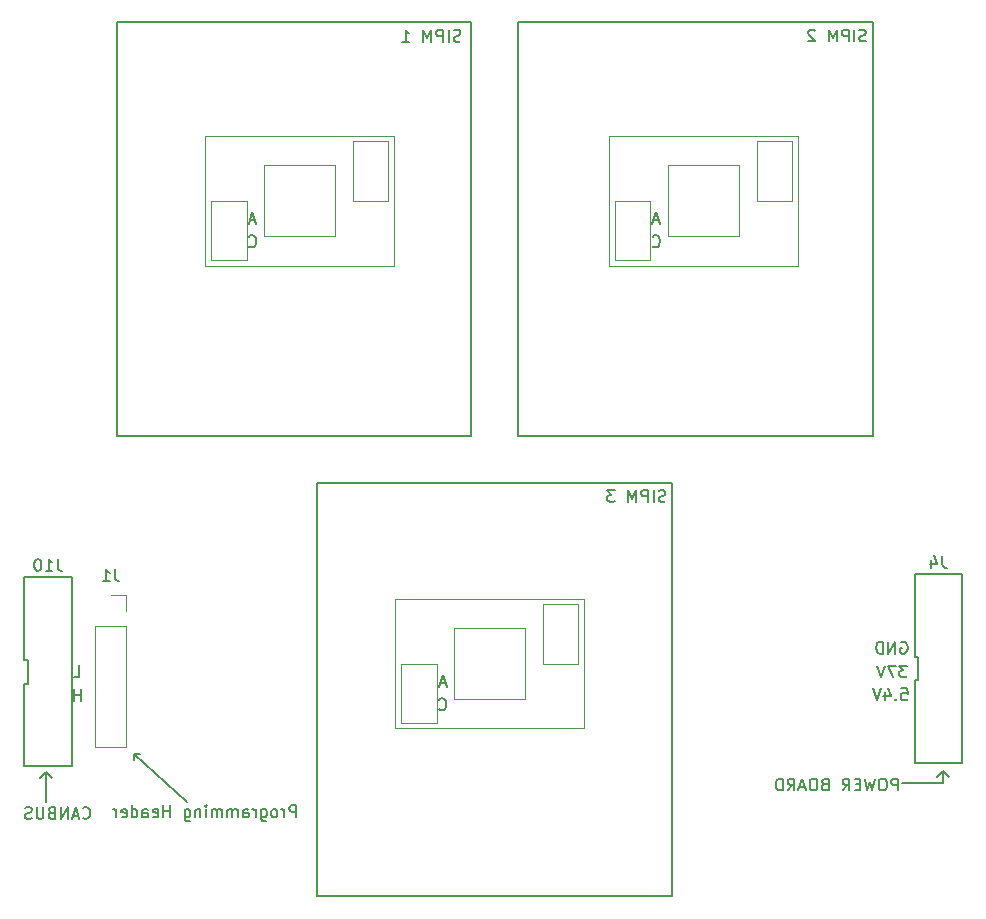
<source format=gbr>
%TF.GenerationSoftware,KiCad,Pcbnew,(5.1.6)-1*%
%TF.CreationDate,2021-11-24T20:01:52-05:00*%
%TF.ProjectId,mama_board,6d616d61-5f62-46f6-9172-642e6b696361,rev?*%
%TF.SameCoordinates,Original*%
%TF.FileFunction,Legend,Bot*%
%TF.FilePolarity,Positive*%
%FSLAX46Y46*%
G04 Gerber Fmt 4.6, Leading zero omitted, Abs format (unit mm)*
G04 Created by KiCad (PCBNEW (5.1.6)-1) date 2021-11-24 20:01:52*
%MOMM*%
%LPD*%
G01*
G04 APERTURE LIST*
%ADD10C,0.150000*%
%ADD11C,0.120000*%
G04 APERTURE END LIST*
D10*
X182451261Y-128408180D02*
X182927452Y-128408180D01*
X182975071Y-128884371D01*
X182927452Y-128836752D01*
X182832214Y-128789133D01*
X182594119Y-128789133D01*
X182498880Y-128836752D01*
X182451261Y-128884371D01*
X182403642Y-128979609D01*
X182403642Y-129217704D01*
X182451261Y-129312942D01*
X182498880Y-129360561D01*
X182594119Y-129408180D01*
X182832214Y-129408180D01*
X182927452Y-129360561D01*
X182975071Y-129312942D01*
X181975071Y-129312942D02*
X181927452Y-129360561D01*
X181975071Y-129408180D01*
X182022690Y-129360561D01*
X181975071Y-129312942D01*
X181975071Y-129408180D01*
X181070309Y-128741514D02*
X181070309Y-129408180D01*
X181308404Y-128360561D02*
X181546500Y-129074847D01*
X180927452Y-129074847D01*
X180689357Y-128408180D02*
X180356023Y-129408180D01*
X180022690Y-128408180D01*
X118000000Y-134000000D02*
X117500000Y-134000000D01*
X117500000Y-134500000D02*
X117500000Y-134000000D01*
X117500000Y-134000000D02*
X122000000Y-138000000D01*
X112380976Y-127452380D02*
X112857166Y-127452380D01*
X112857166Y-126452380D01*
X112976214Y-129452380D02*
X112976214Y-128452380D01*
X112976214Y-128928571D02*
X112404785Y-128928571D01*
X112404785Y-129452380D02*
X112404785Y-128452380D01*
X182392224Y-124498480D02*
X182487462Y-124450860D01*
X182630320Y-124450860D01*
X182773177Y-124498480D01*
X182868415Y-124593718D01*
X182916034Y-124688956D01*
X182963653Y-124879432D01*
X182963653Y-125022289D01*
X182916034Y-125212765D01*
X182868415Y-125308003D01*
X182773177Y-125403241D01*
X182630320Y-125450860D01*
X182535081Y-125450860D01*
X182392224Y-125403241D01*
X182344605Y-125355622D01*
X182344605Y-125022289D01*
X182535081Y-125022289D01*
X181916034Y-125450860D02*
X181916034Y-124450860D01*
X181344605Y-125450860D01*
X181344605Y-124450860D01*
X180868415Y-125450860D02*
X180868415Y-124450860D01*
X180630320Y-124450860D01*
X180487462Y-124498480D01*
X180392224Y-124593718D01*
X180344605Y-124688956D01*
X180296986Y-124879432D01*
X180296986Y-125022289D01*
X180344605Y-125212765D01*
X180392224Y-125308003D01*
X180487462Y-125403241D01*
X180630320Y-125450860D01*
X180868415Y-125450860D01*
X182898895Y-126470160D02*
X182279847Y-126470160D01*
X182613180Y-126851113D01*
X182470323Y-126851113D01*
X182375085Y-126898732D01*
X182327466Y-126946351D01*
X182279847Y-127041589D01*
X182279847Y-127279684D01*
X182327466Y-127374922D01*
X182375085Y-127422541D01*
X182470323Y-127470160D01*
X182756038Y-127470160D01*
X182851276Y-127422541D01*
X182898895Y-127374922D01*
X181946514Y-126470160D02*
X181279847Y-126470160D01*
X181708419Y-127470160D01*
X181041752Y-126470160D02*
X180708419Y-127470160D01*
X180375085Y-126470160D01*
X182142857Y-137049660D02*
X182142857Y-136049660D01*
X181761904Y-136049660D01*
X181666666Y-136097280D01*
X181619047Y-136144899D01*
X181571428Y-136240137D01*
X181571428Y-136382994D01*
X181619047Y-136478232D01*
X181666666Y-136525851D01*
X181761904Y-136573470D01*
X182142857Y-136573470D01*
X180952380Y-136049660D02*
X180761904Y-136049660D01*
X180666666Y-136097280D01*
X180571428Y-136192518D01*
X180523809Y-136382994D01*
X180523809Y-136716327D01*
X180571428Y-136906803D01*
X180666666Y-137002041D01*
X180761904Y-137049660D01*
X180952380Y-137049660D01*
X181047619Y-137002041D01*
X181142857Y-136906803D01*
X181190476Y-136716327D01*
X181190476Y-136382994D01*
X181142857Y-136192518D01*
X181047619Y-136097280D01*
X180952380Y-136049660D01*
X180190476Y-136049660D02*
X179952380Y-137049660D01*
X179761904Y-136335375D01*
X179571428Y-137049660D01*
X179333333Y-136049660D01*
X178952380Y-136525851D02*
X178619047Y-136525851D01*
X178476190Y-137049660D02*
X178952380Y-137049660D01*
X178952380Y-136049660D01*
X178476190Y-136049660D01*
X177476190Y-137049660D02*
X177809523Y-136573470D01*
X178047619Y-137049660D02*
X178047619Y-136049660D01*
X177666666Y-136049660D01*
X177571428Y-136097280D01*
X177523809Y-136144899D01*
X177476190Y-136240137D01*
X177476190Y-136382994D01*
X177523809Y-136478232D01*
X177571428Y-136525851D01*
X177666666Y-136573470D01*
X178047619Y-136573470D01*
X175952380Y-136525851D02*
X175809523Y-136573470D01*
X175761904Y-136621089D01*
X175714285Y-136716327D01*
X175714285Y-136859184D01*
X175761904Y-136954422D01*
X175809523Y-137002041D01*
X175904761Y-137049660D01*
X176285714Y-137049660D01*
X176285714Y-136049660D01*
X175952380Y-136049660D01*
X175857142Y-136097280D01*
X175809523Y-136144899D01*
X175761904Y-136240137D01*
X175761904Y-136335375D01*
X175809523Y-136430613D01*
X175857142Y-136478232D01*
X175952380Y-136525851D01*
X176285714Y-136525851D01*
X175095238Y-136049660D02*
X174904761Y-136049660D01*
X174809523Y-136097280D01*
X174714285Y-136192518D01*
X174666666Y-136382994D01*
X174666666Y-136716327D01*
X174714285Y-136906803D01*
X174809523Y-137002041D01*
X174904761Y-137049660D01*
X175095238Y-137049660D01*
X175190476Y-137002041D01*
X175285714Y-136906803D01*
X175333333Y-136716327D01*
X175333333Y-136382994D01*
X175285714Y-136192518D01*
X175190476Y-136097280D01*
X175095238Y-136049660D01*
X174285714Y-136763946D02*
X173809523Y-136763946D01*
X174380952Y-137049660D02*
X174047619Y-136049660D01*
X173714285Y-137049660D01*
X172809523Y-137049660D02*
X173142857Y-136573470D01*
X173380952Y-137049660D02*
X173380952Y-136049660D01*
X173000000Y-136049660D01*
X172904761Y-136097280D01*
X172857142Y-136144899D01*
X172809523Y-136240137D01*
X172809523Y-136382994D01*
X172857142Y-136478232D01*
X172904761Y-136525851D01*
X173000000Y-136573470D01*
X173380952Y-136573470D01*
X172380952Y-137049660D02*
X172380952Y-136049660D01*
X172142857Y-136049660D01*
X172000000Y-136097280D01*
X171904761Y-136192518D01*
X171857142Y-136287756D01*
X171809523Y-136478232D01*
X171809523Y-136621089D01*
X171857142Y-136811565D01*
X171904761Y-136906803D01*
X172000000Y-137002041D01*
X172142857Y-137049660D01*
X172380952Y-137049660D01*
X186000000Y-136422280D02*
X186000000Y-135422280D01*
X185000000Y-136422280D02*
X186000000Y-136422280D01*
X185500000Y-135922280D02*
X186000000Y-135422280D01*
X186000000Y-135422280D02*
X186500000Y-135922280D01*
X185000000Y-136422280D02*
X182500000Y-136422280D01*
X109500000Y-136000000D02*
X110000000Y-135500000D01*
X110000000Y-135500000D02*
X110500000Y-136000000D01*
X110000000Y-138000000D02*
X110000000Y-135500000D01*
X113142857Y-139357142D02*
X113190476Y-139404761D01*
X113333333Y-139452380D01*
X113428571Y-139452380D01*
X113571428Y-139404761D01*
X113666666Y-139309523D01*
X113714285Y-139214285D01*
X113761904Y-139023809D01*
X113761904Y-138880952D01*
X113714285Y-138690476D01*
X113666666Y-138595238D01*
X113571428Y-138500000D01*
X113428571Y-138452380D01*
X113333333Y-138452380D01*
X113190476Y-138500000D01*
X113142857Y-138547619D01*
X112761904Y-139166666D02*
X112285714Y-139166666D01*
X112857142Y-139452380D02*
X112523809Y-138452380D01*
X112190476Y-139452380D01*
X111857142Y-139452380D02*
X111857142Y-138452380D01*
X111285714Y-139452380D01*
X111285714Y-138452380D01*
X110476190Y-138928571D02*
X110333333Y-138976190D01*
X110285714Y-139023809D01*
X110238095Y-139119047D01*
X110238095Y-139261904D01*
X110285714Y-139357142D01*
X110333333Y-139404761D01*
X110428571Y-139452380D01*
X110809523Y-139452380D01*
X110809523Y-138452380D01*
X110476190Y-138452380D01*
X110380952Y-138500000D01*
X110333333Y-138547619D01*
X110285714Y-138642857D01*
X110285714Y-138738095D01*
X110333333Y-138833333D01*
X110380952Y-138880952D01*
X110476190Y-138928571D01*
X110809523Y-138928571D01*
X109809523Y-138452380D02*
X109809523Y-139261904D01*
X109761904Y-139357142D01*
X109714285Y-139404761D01*
X109619047Y-139452380D01*
X109428571Y-139452380D01*
X109333333Y-139404761D01*
X109285714Y-139357142D01*
X109238095Y-139261904D01*
X109238095Y-138452380D01*
X108809523Y-139404761D02*
X108666666Y-139452380D01*
X108428571Y-139452380D01*
X108333333Y-139404761D01*
X108285714Y-139357142D01*
X108238095Y-139261904D01*
X108238095Y-139166666D01*
X108285714Y-139071428D01*
X108333333Y-139023809D01*
X108428571Y-138976190D01*
X108619047Y-138928571D01*
X108714285Y-138880952D01*
X108761904Y-138833333D01*
X108809523Y-138738095D01*
X108809523Y-138642857D01*
X108761904Y-138547619D01*
X108714285Y-138500000D01*
X108619047Y-138452380D01*
X108380952Y-138452380D01*
X108238095Y-138500000D01*
X162457140Y-112574201D02*
X162314283Y-112621820D01*
X162076188Y-112621820D01*
X161980950Y-112574201D01*
X161933331Y-112526582D01*
X161885712Y-112431344D01*
X161885712Y-112336106D01*
X161933331Y-112240868D01*
X161980950Y-112193249D01*
X162076188Y-112145630D01*
X162266664Y-112098011D01*
X162361902Y-112050392D01*
X162409521Y-112002773D01*
X162457140Y-111907535D01*
X162457140Y-111812297D01*
X162409521Y-111717059D01*
X162361902Y-111669440D01*
X162266664Y-111621820D01*
X162028569Y-111621820D01*
X161885712Y-111669440D01*
X161457140Y-112621820D02*
X161457140Y-111621820D01*
X160980950Y-112621820D02*
X160980950Y-111621820D01*
X160599998Y-111621820D01*
X160504760Y-111669440D01*
X160457140Y-111717059D01*
X160409521Y-111812297D01*
X160409521Y-111955154D01*
X160457140Y-112050392D01*
X160504760Y-112098011D01*
X160599998Y-112145630D01*
X160980950Y-112145630D01*
X159980950Y-112621820D02*
X159980950Y-111621820D01*
X159647617Y-112336106D01*
X159314283Y-111621820D01*
X159314283Y-112621820D01*
X158171426Y-111621820D02*
X157552379Y-111621820D01*
X157885712Y-112002773D01*
X157742855Y-112002773D01*
X157647617Y-112050392D01*
X157599998Y-112098011D01*
X157552379Y-112193249D01*
X157552379Y-112431344D01*
X157599998Y-112526582D01*
X157647617Y-112574201D01*
X157742855Y-112621820D01*
X158028569Y-112621820D01*
X158123807Y-112574201D01*
X158171426Y-112526582D01*
X179452380Y-73579761D02*
X179309523Y-73627380D01*
X179071428Y-73627380D01*
X178976190Y-73579761D01*
X178928571Y-73532142D01*
X178880952Y-73436904D01*
X178880952Y-73341666D01*
X178928571Y-73246428D01*
X178976190Y-73198809D01*
X179071428Y-73151190D01*
X179261904Y-73103571D01*
X179357142Y-73055952D01*
X179404761Y-73008333D01*
X179452380Y-72913095D01*
X179452380Y-72817857D01*
X179404761Y-72722619D01*
X179357142Y-72675000D01*
X179261904Y-72627380D01*
X179023809Y-72627380D01*
X178880952Y-72675000D01*
X178452380Y-73627380D02*
X178452380Y-72627380D01*
X177976190Y-73627380D02*
X177976190Y-72627380D01*
X177595238Y-72627380D01*
X177500000Y-72675000D01*
X177452380Y-72722619D01*
X177404761Y-72817857D01*
X177404761Y-72960714D01*
X177452380Y-73055952D01*
X177500000Y-73103571D01*
X177595238Y-73151190D01*
X177976190Y-73151190D01*
X176976190Y-73627380D02*
X176976190Y-72627380D01*
X176642857Y-73341666D01*
X176309523Y-72627380D01*
X176309523Y-73627380D01*
X175119047Y-72722619D02*
X175071428Y-72675000D01*
X174976190Y-72627380D01*
X174738095Y-72627380D01*
X174642857Y-72675000D01*
X174595238Y-72722619D01*
X174547619Y-72817857D01*
X174547619Y-72913095D01*
X174595238Y-73055952D01*
X175166666Y-73627380D01*
X174547619Y-73627380D01*
X145102380Y-73604761D02*
X144959523Y-73652380D01*
X144721428Y-73652380D01*
X144626190Y-73604761D01*
X144578571Y-73557142D01*
X144530952Y-73461904D01*
X144530952Y-73366666D01*
X144578571Y-73271428D01*
X144626190Y-73223809D01*
X144721428Y-73176190D01*
X144911904Y-73128571D01*
X145007142Y-73080952D01*
X145054761Y-73033333D01*
X145102380Y-72938095D01*
X145102380Y-72842857D01*
X145054761Y-72747619D01*
X145007142Y-72700000D01*
X144911904Y-72652380D01*
X144673809Y-72652380D01*
X144530952Y-72700000D01*
X144102380Y-73652380D02*
X144102380Y-72652380D01*
X143626190Y-73652380D02*
X143626190Y-72652380D01*
X143245238Y-72652380D01*
X143150000Y-72700000D01*
X143102380Y-72747619D01*
X143054761Y-72842857D01*
X143054761Y-72985714D01*
X143102380Y-73080952D01*
X143150000Y-73128571D01*
X143245238Y-73176190D01*
X143626190Y-73176190D01*
X142626190Y-73652380D02*
X142626190Y-72652380D01*
X142292857Y-73366666D01*
X141959523Y-72652380D01*
X141959523Y-73652380D01*
X140197619Y-73652380D02*
X140769047Y-73652380D01*
X140483333Y-73652380D02*
X140483333Y-72652380D01*
X140578571Y-72795238D01*
X140673809Y-72890476D01*
X140769047Y-72938095D01*
X133000000Y-111000000D02*
X163000000Y-111000000D01*
X163000000Y-146000000D02*
X133000000Y-146000000D01*
X163000000Y-111000000D02*
X163000000Y-146000000D01*
X133000000Y-111000000D02*
X133000000Y-146000000D01*
X150000000Y-72000000D02*
X180000000Y-72000000D01*
X180000000Y-107000000D02*
X150000000Y-107000000D01*
X180000000Y-72000000D02*
X180000000Y-107000000D01*
X150000000Y-72000000D02*
X150000000Y-107000000D01*
X116000000Y-72000000D02*
X146000000Y-72000000D01*
X116000000Y-72000000D02*
X116000000Y-107000000D01*
X146000000Y-107000000D02*
X116000000Y-107000000D01*
X146000000Y-72000000D02*
X146000000Y-107000000D01*
X116000000Y-72000000D02*
X146000000Y-72000000D01*
D11*
%TO.C,U15*%
X147600000Y-131800000D02*
X139600000Y-131800000D01*
X155600000Y-131800000D02*
X147600000Y-131800000D01*
X155600000Y-131800000D02*
X155600000Y-120800000D01*
X155600000Y-120800000D02*
X139600000Y-120800000D01*
X139600000Y-120800000D02*
X139600000Y-131800000D01*
X140100000Y-131300000D02*
X143100000Y-131300000D01*
X143100000Y-131300000D02*
X143100000Y-126300000D01*
X143100000Y-126300000D02*
X140100000Y-126300000D01*
X140100000Y-126300000D02*
X140100000Y-131300000D01*
X155100000Y-126300000D02*
X155100000Y-121300000D01*
X155100000Y-121300000D02*
X152100000Y-121300000D01*
X152100000Y-126300000D02*
X155100000Y-126300000D01*
X152100000Y-121300000D02*
X152100000Y-126300000D01*
X150600000Y-126300000D02*
X150600000Y-129300000D01*
X150600000Y-129300000D02*
X144600000Y-129300000D01*
X144600000Y-129300000D02*
X144600000Y-123300000D01*
X144600000Y-123300000D02*
X150600000Y-123300000D01*
X150600000Y-123300000D02*
X150600000Y-126300000D01*
%TO.C,U14*%
X165700000Y-92600000D02*
X157700000Y-92600000D01*
X173700000Y-92600000D02*
X165700000Y-92600000D01*
X173700000Y-92600000D02*
X173700000Y-81600000D01*
X173700000Y-81600000D02*
X157700000Y-81600000D01*
X157700000Y-81600000D02*
X157700000Y-92600000D01*
X158200000Y-92100000D02*
X161200000Y-92100000D01*
X161200000Y-92100000D02*
X161200000Y-87100000D01*
X161200000Y-87100000D02*
X158200000Y-87100000D01*
X158200000Y-87100000D02*
X158200000Y-92100000D01*
X173200000Y-87100000D02*
X173200000Y-82100000D01*
X173200000Y-82100000D02*
X170200000Y-82100000D01*
X170200000Y-87100000D02*
X173200000Y-87100000D01*
X170200000Y-82100000D02*
X170200000Y-87100000D01*
X168700000Y-87100000D02*
X168700000Y-90100000D01*
X168700000Y-90100000D02*
X162700000Y-90100000D01*
X162700000Y-90100000D02*
X162700000Y-84100000D01*
X162700000Y-84100000D02*
X168700000Y-84100000D01*
X168700000Y-84100000D02*
X168700000Y-87100000D01*
%TO.C,U13*%
X131500000Y-92600000D02*
X123500000Y-92600000D01*
X139500000Y-92600000D02*
X131500000Y-92600000D01*
X139500000Y-92600000D02*
X139500000Y-81600000D01*
X139500000Y-81600000D02*
X123500000Y-81600000D01*
X123500000Y-81600000D02*
X123500000Y-92600000D01*
X124000000Y-92100000D02*
X127000000Y-92100000D01*
X127000000Y-92100000D02*
X127000000Y-87100000D01*
X127000000Y-87100000D02*
X124000000Y-87100000D01*
X124000000Y-87100000D02*
X124000000Y-92100000D01*
X139000000Y-87100000D02*
X139000000Y-82100000D01*
X139000000Y-82100000D02*
X136000000Y-82100000D01*
X136000000Y-87100000D02*
X139000000Y-87100000D01*
X136000000Y-82100000D02*
X136000000Y-87100000D01*
X134500000Y-87100000D02*
X134500000Y-90100000D01*
X134500000Y-90100000D02*
X128500000Y-90100000D01*
X128500000Y-90100000D02*
X128500000Y-84100000D01*
X128500000Y-84100000D02*
X134500000Y-84100000D01*
X134500000Y-84100000D02*
X134500000Y-87100000D01*
D10*
%TO.C,J10*%
X108190500Y-135000000D02*
X108190500Y-128000000D01*
X108190500Y-128000000D02*
X108490500Y-128000000D01*
X108490500Y-128000000D02*
X108490500Y-126000000D01*
X108490500Y-126000000D02*
X108190500Y-126000000D01*
X108190500Y-126000000D02*
X108190500Y-119000000D01*
X108190500Y-119000000D02*
X112190500Y-119000000D01*
X112190500Y-119000000D02*
X112190500Y-135000000D01*
X112190500Y-135000000D02*
X108190500Y-135000000D01*
%TO.C,J4*%
X183556400Y-134727200D02*
X183556400Y-127727200D01*
X183556400Y-127727200D02*
X183856400Y-127727200D01*
X183856400Y-127727200D02*
X183856400Y-125727200D01*
X183856400Y-125727200D02*
X183556400Y-125727200D01*
X183556400Y-125727200D02*
X183556400Y-118727200D01*
X183556400Y-118727200D02*
X187556400Y-118727200D01*
X187556400Y-118727200D02*
X187556400Y-134727200D01*
X187556400Y-134727200D02*
X183556400Y-134727200D01*
D11*
%TO.C,J1*%
X116830000Y-133350000D02*
X114170000Y-133350000D01*
X116830000Y-123130000D02*
X116830000Y-133350000D01*
X114170000Y-123130000D02*
X114170000Y-133350000D01*
X116830000Y-123130000D02*
X114170000Y-123130000D01*
X116830000Y-121860000D02*
X116830000Y-120530000D01*
X116830000Y-120530000D02*
X115500000Y-120530000D01*
%TO.C,U15*%
D10*
X143838095Y-127966666D02*
X143361904Y-127966666D01*
X143933333Y-128252380D02*
X143600000Y-127252380D01*
X143266666Y-128252380D01*
X143290476Y-130157142D02*
X143338095Y-130204761D01*
X143480952Y-130252380D01*
X143576190Y-130252380D01*
X143719047Y-130204761D01*
X143814285Y-130109523D01*
X143861904Y-130014285D01*
X143909523Y-129823809D01*
X143909523Y-129680952D01*
X143861904Y-129490476D01*
X143814285Y-129395238D01*
X143719047Y-129300000D01*
X143576190Y-129252380D01*
X143480952Y-129252380D01*
X143338095Y-129300000D01*
X143290476Y-129347619D01*
%TO.C,U14*%
X161938095Y-88766666D02*
X161461904Y-88766666D01*
X162033333Y-89052380D02*
X161700000Y-88052380D01*
X161366666Y-89052380D01*
X161390476Y-90957142D02*
X161438095Y-91004761D01*
X161580952Y-91052380D01*
X161676190Y-91052380D01*
X161819047Y-91004761D01*
X161914285Y-90909523D01*
X161961904Y-90814285D01*
X162009523Y-90623809D01*
X162009523Y-90480952D01*
X161961904Y-90290476D01*
X161914285Y-90195238D01*
X161819047Y-90100000D01*
X161676190Y-90052380D01*
X161580952Y-90052380D01*
X161438095Y-90100000D01*
X161390476Y-90147619D01*
%TO.C,U13*%
X127738095Y-88766666D02*
X127261904Y-88766666D01*
X127833333Y-89052380D02*
X127500000Y-88052380D01*
X127166666Y-89052380D01*
X127190476Y-90957142D02*
X127238095Y-91004761D01*
X127380952Y-91052380D01*
X127476190Y-91052380D01*
X127619047Y-91004761D01*
X127714285Y-90909523D01*
X127761904Y-90814285D01*
X127809523Y-90623809D01*
X127809523Y-90480952D01*
X127761904Y-90290476D01*
X127714285Y-90195238D01*
X127619047Y-90100000D01*
X127476190Y-90052380D01*
X127380952Y-90052380D01*
X127238095Y-90100000D01*
X127190476Y-90147619D01*
%TO.C,J10*%
X111000023Y-117452380D02*
X111000023Y-118166666D01*
X111047642Y-118309523D01*
X111142880Y-118404761D01*
X111285738Y-118452380D01*
X111380976Y-118452380D01*
X110000023Y-118452380D02*
X110571452Y-118452380D01*
X110285738Y-118452380D02*
X110285738Y-117452380D01*
X110380976Y-117595238D01*
X110476214Y-117690476D01*
X110571452Y-117738095D01*
X109380976Y-117452380D02*
X109285738Y-117452380D01*
X109190500Y-117500000D01*
X109142880Y-117547619D01*
X109095261Y-117642857D01*
X109047642Y-117833333D01*
X109047642Y-118071428D01*
X109095261Y-118261904D01*
X109142880Y-118357142D01*
X109190500Y-118404761D01*
X109285738Y-118452380D01*
X109380976Y-118452380D01*
X109476214Y-118404761D01*
X109523833Y-118357142D01*
X109571452Y-118261904D01*
X109619071Y-118071428D01*
X109619071Y-117833333D01*
X109571452Y-117642857D01*
X109523833Y-117547619D01*
X109476214Y-117500000D01*
X109380976Y-117452380D01*
%TO.C,J4*%
X185889733Y-117179580D02*
X185889733Y-117893866D01*
X185937352Y-118036723D01*
X186032590Y-118131961D01*
X186175447Y-118179580D01*
X186270685Y-118179580D01*
X184984971Y-117512914D02*
X184984971Y-118179580D01*
X185223066Y-117131961D02*
X185461161Y-117846247D01*
X184842114Y-117846247D01*
%TO.C,J1*%
X115833333Y-118312380D02*
X115833333Y-119026666D01*
X115880952Y-119169523D01*
X115976190Y-119264761D01*
X116119047Y-119312380D01*
X116214285Y-119312380D01*
X114833333Y-119312380D02*
X115404761Y-119312380D01*
X115119047Y-119312380D02*
X115119047Y-118312380D01*
X115214285Y-118455238D01*
X115309523Y-118550476D01*
X115404761Y-118598095D01*
X131190476Y-139312380D02*
X131190476Y-138312380D01*
X130809523Y-138312380D01*
X130714285Y-138360000D01*
X130666666Y-138407619D01*
X130619047Y-138502857D01*
X130619047Y-138645714D01*
X130666666Y-138740952D01*
X130714285Y-138788571D01*
X130809523Y-138836190D01*
X131190476Y-138836190D01*
X130190476Y-139312380D02*
X130190476Y-138645714D01*
X130190476Y-138836190D02*
X130142857Y-138740952D01*
X130095238Y-138693333D01*
X130000000Y-138645714D01*
X129904761Y-138645714D01*
X129428571Y-139312380D02*
X129523809Y-139264761D01*
X129571428Y-139217142D01*
X129619047Y-139121904D01*
X129619047Y-138836190D01*
X129571428Y-138740952D01*
X129523809Y-138693333D01*
X129428571Y-138645714D01*
X129285714Y-138645714D01*
X129190476Y-138693333D01*
X129142857Y-138740952D01*
X129095238Y-138836190D01*
X129095238Y-139121904D01*
X129142857Y-139217142D01*
X129190476Y-139264761D01*
X129285714Y-139312380D01*
X129428571Y-139312380D01*
X128238095Y-138645714D02*
X128238095Y-139455238D01*
X128285714Y-139550476D01*
X128333333Y-139598095D01*
X128428571Y-139645714D01*
X128571428Y-139645714D01*
X128666666Y-139598095D01*
X128238095Y-139264761D02*
X128333333Y-139312380D01*
X128523809Y-139312380D01*
X128619047Y-139264761D01*
X128666666Y-139217142D01*
X128714285Y-139121904D01*
X128714285Y-138836190D01*
X128666666Y-138740952D01*
X128619047Y-138693333D01*
X128523809Y-138645714D01*
X128333333Y-138645714D01*
X128238095Y-138693333D01*
X127761904Y-139312380D02*
X127761904Y-138645714D01*
X127761904Y-138836190D02*
X127714285Y-138740952D01*
X127666666Y-138693333D01*
X127571428Y-138645714D01*
X127476190Y-138645714D01*
X126714285Y-139312380D02*
X126714285Y-138788571D01*
X126761904Y-138693333D01*
X126857142Y-138645714D01*
X127047619Y-138645714D01*
X127142857Y-138693333D01*
X126714285Y-139264761D02*
X126809523Y-139312380D01*
X127047619Y-139312380D01*
X127142857Y-139264761D01*
X127190476Y-139169523D01*
X127190476Y-139074285D01*
X127142857Y-138979047D01*
X127047619Y-138931428D01*
X126809523Y-138931428D01*
X126714285Y-138883809D01*
X126238095Y-139312380D02*
X126238095Y-138645714D01*
X126238095Y-138740952D02*
X126190476Y-138693333D01*
X126095238Y-138645714D01*
X125952380Y-138645714D01*
X125857142Y-138693333D01*
X125809523Y-138788571D01*
X125809523Y-139312380D01*
X125809523Y-138788571D02*
X125761904Y-138693333D01*
X125666666Y-138645714D01*
X125523809Y-138645714D01*
X125428571Y-138693333D01*
X125380952Y-138788571D01*
X125380952Y-139312380D01*
X124904761Y-139312380D02*
X124904761Y-138645714D01*
X124904761Y-138740952D02*
X124857142Y-138693333D01*
X124761904Y-138645714D01*
X124619047Y-138645714D01*
X124523809Y-138693333D01*
X124476190Y-138788571D01*
X124476190Y-139312380D01*
X124476190Y-138788571D02*
X124428571Y-138693333D01*
X124333333Y-138645714D01*
X124190476Y-138645714D01*
X124095238Y-138693333D01*
X124047619Y-138788571D01*
X124047619Y-139312380D01*
X123571428Y-139312380D02*
X123571428Y-138645714D01*
X123571428Y-138312380D02*
X123619047Y-138360000D01*
X123571428Y-138407619D01*
X123523809Y-138360000D01*
X123571428Y-138312380D01*
X123571428Y-138407619D01*
X123095238Y-138645714D02*
X123095238Y-139312380D01*
X123095238Y-138740952D02*
X123047619Y-138693333D01*
X122952380Y-138645714D01*
X122809523Y-138645714D01*
X122714285Y-138693333D01*
X122666666Y-138788571D01*
X122666666Y-139312380D01*
X121761904Y-138645714D02*
X121761904Y-139455238D01*
X121809523Y-139550476D01*
X121857142Y-139598095D01*
X121952380Y-139645714D01*
X122095238Y-139645714D01*
X122190476Y-139598095D01*
X121761904Y-139264761D02*
X121857142Y-139312380D01*
X122047619Y-139312380D01*
X122142857Y-139264761D01*
X122190476Y-139217142D01*
X122238095Y-139121904D01*
X122238095Y-138836190D01*
X122190476Y-138740952D01*
X122142857Y-138693333D01*
X122047619Y-138645714D01*
X121857142Y-138645714D01*
X121761904Y-138693333D01*
X120523809Y-139312380D02*
X120523809Y-138312380D01*
X120523809Y-138788571D02*
X119952380Y-138788571D01*
X119952380Y-139312380D02*
X119952380Y-138312380D01*
X119095238Y-139264761D02*
X119190476Y-139312380D01*
X119380952Y-139312380D01*
X119476190Y-139264761D01*
X119523809Y-139169523D01*
X119523809Y-138788571D01*
X119476190Y-138693333D01*
X119380952Y-138645714D01*
X119190476Y-138645714D01*
X119095238Y-138693333D01*
X119047619Y-138788571D01*
X119047619Y-138883809D01*
X119523809Y-138979047D01*
X118190476Y-139312380D02*
X118190476Y-138788571D01*
X118238095Y-138693333D01*
X118333333Y-138645714D01*
X118523809Y-138645714D01*
X118619047Y-138693333D01*
X118190476Y-139264761D02*
X118285714Y-139312380D01*
X118523809Y-139312380D01*
X118619047Y-139264761D01*
X118666666Y-139169523D01*
X118666666Y-139074285D01*
X118619047Y-138979047D01*
X118523809Y-138931428D01*
X118285714Y-138931428D01*
X118190476Y-138883809D01*
X117285714Y-139312380D02*
X117285714Y-138312380D01*
X117285714Y-139264761D02*
X117380952Y-139312380D01*
X117571428Y-139312380D01*
X117666666Y-139264761D01*
X117714285Y-139217142D01*
X117761904Y-139121904D01*
X117761904Y-138836190D01*
X117714285Y-138740952D01*
X117666666Y-138693333D01*
X117571428Y-138645714D01*
X117380952Y-138645714D01*
X117285714Y-138693333D01*
X116428571Y-139264761D02*
X116523809Y-139312380D01*
X116714285Y-139312380D01*
X116809523Y-139264761D01*
X116857142Y-139169523D01*
X116857142Y-138788571D01*
X116809523Y-138693333D01*
X116714285Y-138645714D01*
X116523809Y-138645714D01*
X116428571Y-138693333D01*
X116380952Y-138788571D01*
X116380952Y-138883809D01*
X116857142Y-138979047D01*
X115952380Y-139312380D02*
X115952380Y-138645714D01*
X115952380Y-138836190D02*
X115904761Y-138740952D01*
X115857142Y-138693333D01*
X115761904Y-138645714D01*
X115666666Y-138645714D01*
%TD*%
M02*

</source>
